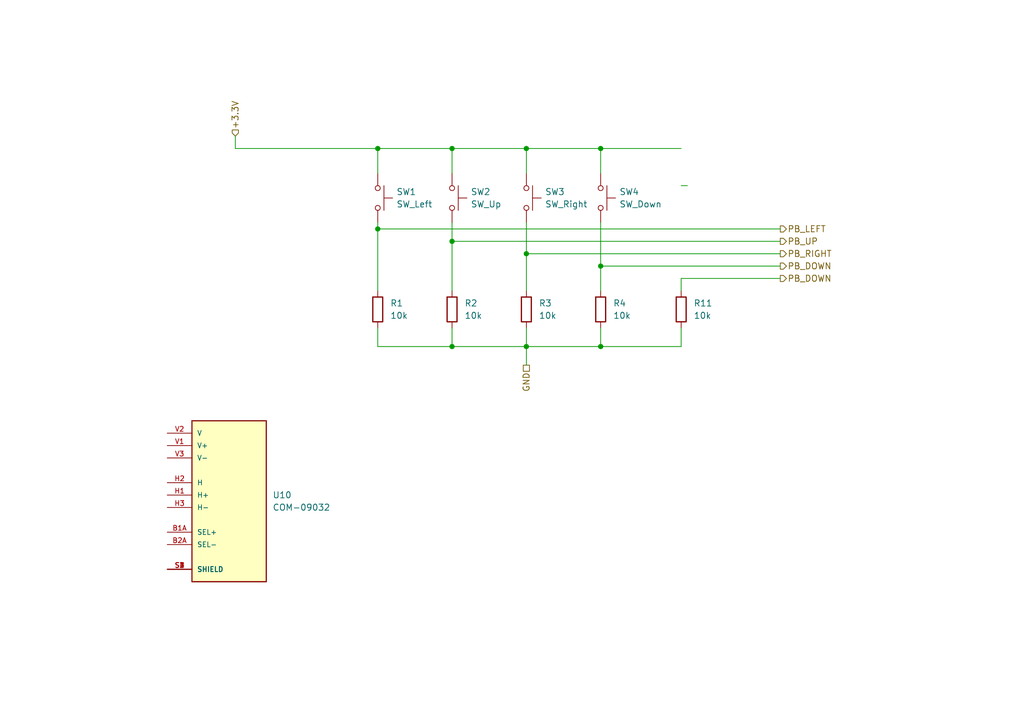
<source format=kicad_sch>
(kicad_sch (version 20231120) (generator "eeschema") (generator_version "8.0")
  (paper "A5")
  (title_block (title "User actions") (date "2024-08-29") (rev "1.0") (company "Designed by CREPP-NLG"))
  (lib_symbols
    (symbol "CREPP_Joysticks:COM-09032" (pin_names (offset 1.016))
      (property "Reference" "U" (at -7.62 16.002 0))
      (property "Value" "COM-09032" (at -7.62 -20.32 0))
      (symbol "COM-09032_0_0"
        (rectangle (start -7.62 -17.78) (end 7.62 15.24) (stroke (width 0.254)) (fill (type background)))
        (pin passive line (at -12.7 -7.62 0) (length 5.08) (name "SEL+") (number "B1A"))
        (pin passive line (at -12.7 -10.16 0) (length 5.08) (name "SEL-") (number "B2A"))
        (pin passive line (at -12.7 0 0) (length 5.08) (name "H+") (number "H1"))
        (pin passive line (at -12.7 2.54 0) (length 5.08) (name "H") (number "H2"))
        (pin passive line (at -12.7 -2.54 0) (length 5.08) (name "H-") (number "H3"))
        (pin passive line (at -12.7 -15.24 0) (length 5.08) (name "SHIELD") (number "S1"))
        (pin passive line (at -12.7 -15.24 0) (length 5.08) (name "SHIELD") (number "S2"))
        (pin passive line (at -12.7 -15.24 0) (length 5.08) (name "SHIELD") (number "S3"))
        (pin passive line (at -12.7 -15.24 0) (length 5.08) (name "SHIELD") (number "S4"))
        (pin passive line (at -12.7 10.16 0) (length 5.08) (name "V+") (number "V1"))
        (pin passive line (at -12.7 12.7 0) (length 5.08) (name "V") (number "V2"))
        (pin passive line (at -12.7 7.62 0) (length 5.08) (name "V-") (number "V3"))
      )
    )
    (symbol "Device:R" (pin_numbers hide) (pin_names (offset 0))
      (property "Reference" "R" (at 2.032 0 90))
      (property "Value" "R" (at 0 0 90))
      (symbol "R_0_1"
        (rectangle (start -1.016 -2.54) (end 1.016 2.54) (stroke (width 0.254)))
      )
      (symbol "R_1_1"
        (pin passive line (at 0 3.81 270) (length 1.27) (name "~") (number "1"))
        (pin passive line (at 0 -3.81 90) (length 1.27) (name "~") (number "2"))
      )
    )
    (symbol "Switch:SW_Push" (pin_numbers hide) (pin_names (offset 1.016) hide)
      (property "Reference" "SW" (at 1.27 2.54 0))
      (property "Value" "SW_Push" (at 0 -1.524 0))
      (symbol "SW_Push_0_1"
        (circle (center -2.032 0) (radius 0.508))
        (polyline (pts (xy 0 1.27) (xy 0 3.048)))
        (polyline (pts (xy 2.54 1.27) (xy -2.54 1.27)))
        (circle (center 2.032 0) (radius 0.508))
        (pin passive line (at -5.08 0 0) (length 2.54) (name "1") (number "1"))
        (pin passive line (at 5.08 0 180) (length 2.54) (name "2") (number "2"))
      )
    )
  )
  (junction (at 92.71 49.53))
  (junction (at 107.95 52.07))
  (junction (at 123.19 54.61))
  (junction (at 92.71 71.12))
  (junction (at 123.19 71.12))
  (junction (at 107.95 71.12))
  (junction (at 123.19 30.48))
  (junction (at 77.47 30.48))
  (junction (at 92.71 30.48))
  (junction (at 107.95 30.48))
  (junction (at 77.47 46.99))
  (wire (pts (xy 92.71 35.56) (xy 92.71 30.48)))
  (wire (pts (xy 92.71 49.53) (xy 92.71 59.69)))
  (wire (pts (xy 48.26 27.94) (xy 48.26 30.48)))
  (wire (pts (xy 107.95 35.56) (xy 107.95 30.48)))
  (wire (pts (xy 92.71 30.48) (xy 77.47 30.48)))
  (wire (pts (xy 92.71 30.48) (xy 107.95 30.48)))
  (wire (pts (xy 77.47 46.99) (xy 160.02 46.99)))
  (wire (pts (xy 77.47 71.12) (xy 92.71 71.12)))
  (wire (pts (xy 123.19 54.61) (xy 160.02 54.61)))
  (wire (pts (xy 123.19 30.48) (xy 123.19 35.56)))
  (wire (pts (xy 107.95 71.12) (xy 123.19 71.12)))
  (wire (pts (xy 123.19 30.48) (xy 139.7 30.48)))
  (wire (pts (xy 123.19 67.31) (xy 123.19 71.12)))
  (wire (pts (xy 107.95 52.07) (xy 107.95 59.69)))
  (wire (pts (xy 139.7 57.15) (xy 160.02 57.15)))
  (wire (pts (xy 123.19 45.72) (xy 123.19 54.61)))
  (wire (pts (xy 123.19 54.61) (xy 123.19 59.69)))
  (wire (pts (xy 107.95 71.12) (xy 107.95 74.93)))
  (wire (pts (xy 139.7 57.15) (xy 139.7 59.69)))
  (wire (pts (xy 92.71 67.31) (xy 92.71 71.12)))
  (wire (pts (xy 77.47 45.72) (xy 77.47 46.99)))
  (wire (pts (xy 107.95 67.31) (xy 107.95 71.12)))
  (wire (pts (xy 77.47 46.99) (xy 77.47 59.69)))
  (wire (pts (xy 107.95 52.07) (xy 160.02 52.07)))
  (wire (pts (xy 123.19 71.12) (xy 139.7 71.12)))
  (wire (pts (xy 92.71 71.12) (xy 107.95 71.12)))
  (wire (pts (xy 92.71 49.53) (xy 160.02 49.53)))
  (wire (pts (xy 107.95 45.72) (xy 107.95 52.07)))
  (wire (pts (xy 139.7 67.31) (xy 139.7 71.12)))
  (wire (pts (xy 139.7 38.1) (xy 140.97 38.1)))
  (wire (pts (xy 107.95 30.48) (xy 123.19 30.48)))
  (wire (pts (xy 77.47 35.56) (xy 77.47 30.48)))
  (wire (pts (xy 77.47 67.31) (xy 77.47 71.12)))
  (wire (pts (xy 92.71 45.72) (xy 92.71 49.53)))
  (wire (pts (xy 48.26 30.48) (xy 77.47 30.48)))
  (hierarchical_label "PB_RIGHT" (shape output) (at 160.02 52.07 0))
  (hierarchical_label "GND" (shape passive) (at 107.95 74.93 270))
  (hierarchical_label "PB_DOWN" (shape output) (at 160.02 57.15 0))
  (hierarchical_label "PB_DOWN" (shape output) (at 160.02 54.61 0))
  (hierarchical_label "PB_LEFT" (shape output) (at 160.02 46.99 0))
  (hierarchical_label "+3.3V" (shape input) (at 48.26 27.94 90))
  (hierarchical_label "PB_UP" (shape output) (at 160.02 49.53 0))
  (symbol (lib_id "Switch:SW_Push") (at 107.95 40.64 270) (unit 1)
    (property "Reference" "SW3" (at 111.76 39.3699 90) (effects (justify left)))
    (property "Value" "SW_Right" (at 111.76 41.9099 90) (effects (justify left)))
    (property "Footprint" "Button_Switch_THT:SW_PUSH_6mm" (effects (hide yes)))
    (property "Description" "Push button switch, generic, two pins" (effects (hide yes)))
  )
  (symbol (lib_id "Switch:SW_Push") (at 77.47 40.64 270) (unit 1)
    (property "Reference" "SW1" (at 81.28 39.3699 90) (effects (justify left)))
    (property "Value" "SW_Left" (at 81.28 41.9099 90) (effects (justify left)))
    (property "Footprint" "Button_Switch_THT:SW_PUSH_6mm" (effects (hide yes)))
    (property "Description" "Push button switch, generic, two pins" (effects (hide yes)))
  )
  (symbol (lib_id "Device:R") (at 123.19 63.5 0) (unit 1)
    (property "Reference" "R4" (at 125.73 62.2299 0) (effects (justify left)))
    (property "Value" "10k" (at 125.73 64.7699 0) (effects (justify left)))
    (property "Footprint" "Resistor_THT:R_Axial_DIN0207_L6.3mm_D2.5mm_P10.16mm_Horizontal" (effects (hide yes)))
    (property "Description" "Resistor" (effects (hide yes)))
  )
  (symbol (lib_id "Switch:SW_Push") (at 92.71 40.64 270) (unit 1)
    (property "Reference" "SW2" (at 96.52 39.3699 90) (effects (justify left)))
    (property "Value" "SW_Up" (at 96.52 41.9099 90) (effects (justify left)))
    (property "Footprint" "Button_Switch_THT:SW_PUSH_6mm" (effects (hide yes)))
    (property "Description" "Push button switch, generic, two pins" (effects (hide yes)))
  )
  (symbol (lib_id "Device:R") (at 92.71 63.5 0) (unit 1)
    (property "Reference" "R2" (at 95.25 62.2299 0) (effects (justify left)))
    (property "Value" "10k" (at 95.25 64.7699 0) (effects (justify left)))
    (property "Footprint" "Resistor_THT:R_Axial_DIN0207_L6.3mm_D2.5mm_P10.16mm_Horizontal" (effects (hide yes)))
    (property "Description" "Resistor" (effects (hide yes)))
  )
  (symbol (lib_id "Device:R") (at 77.47 63.5 0) (unit 1)
    (property "Reference" "R1" (at 80.01 62.2299 0) (effects (justify left)))
    (property "Value" "10k" (at 80.01 64.7699 0) (effects (justify left)))
    (property "Footprint" "Resistor_THT:R_Axial_DIN0207_L6.3mm_D2.5mm_P10.16mm_Horizontal" (effects (hide yes)))
    (property "Description" "Resistor" (effects (hide yes)))
  )
  (symbol (lib_id "CREPP_Joysticks:COM-09032") (at 46.99 101.6 0) (unit 1)
    (property "Reference" "U10" (at 55.88 101.5999 0) (effects (justify left)))
    (property "Value" "COM-09032" (at 55.88 104.1399 0) (effects (justify left)))
    (property "Footprint" "CREPP_Joysticks:XDCR_COM-09032" (effects (hide yes)))
    (property "MF" "SparkFun Electronics" (effects (hide yes)))
    (property "MAXIMUM_PACKAGE_HEIGHT" "30.1mm" (effects (hide yes)))
    (property "Package" "Package" (effects (hide yes)))
    (property "Price" "None" (effects (hide yes)))
    (property "Check_prices" "https://www.snapeda.com/parts/COM-09032/SparkFun/view-part/?ref=eda" (effects (hide yes)))
    (property "STANDARD" "Manufacturer Recommendations" (effects (hide yes)))
    (property "PARTREV" "N/A" (effects (hide yes)))
    (property "SnapEDA_Link" "https://www.snapeda.com/parts/COM-09032/SparkFun/view-part/?ref=snap" (effects (hide yes)))
    (property "MP" "COM-09032" (effects (hide yes)))
    (property "Description_1" "\n                        \n                            Joystick, 2 - Axis Analog (Resistive) Output\n                        \n" (effects (hide yes)))
    (property "Availability" "In Stock" (effects (hide yes)))
    (property "MANUFACTURER" "SparkFun Electronics" (effects (hide yes)))
  )
  (symbol (lib_id "Switch:SW_Push") (at 123.19 40.64 270) (unit 1)
    (property "Reference" "SW4" (at 127 39.3699 90) (effects (justify left)))
    (property "Value" "SW_Down" (at 127 41.9099 90) (effects (justify left)))
    (property "Footprint" "Button_Switch_THT:SW_PUSH_6mm" (effects (hide yes)))
    (property "Description" "Push button switch, generic, two pins" (effects (hide yes)))
  )
  (symbol (lib_id "Device:R") (at 139.7 63.5 0) (unit 1)
    (property "Reference" "R11" (at 142.24 62.2299 0) (effects (justify left)))
    (property "Value" "10k" (at 142.24 64.7699 0) (effects (justify left)))
    (property "Footprint" "Resistor_THT:R_Axial_DIN0207_L6.3mm_D2.5mm_P10.16mm_Horizontal" (effects (hide yes)))
    (property "Description" "Resistor" (effects (hide yes)))
  )
  (symbol (lib_id "Device:R") (at 107.95 63.5 0) (unit 1)
    (property "Reference" "R3" (at 110.49 62.2299 0) (effects (justify left)))
    (property "Value" "10k" (at 110.49 64.7699 0) (effects (justify left)))
    (property "Footprint" "Resistor_THT:R_Axial_DIN0207_L6.3mm_D2.5mm_P10.16mm_Horizontal" (effects (hide yes)))
    (property "Description" "Resistor" (effects (hide yes)))
  )
)
</source>
